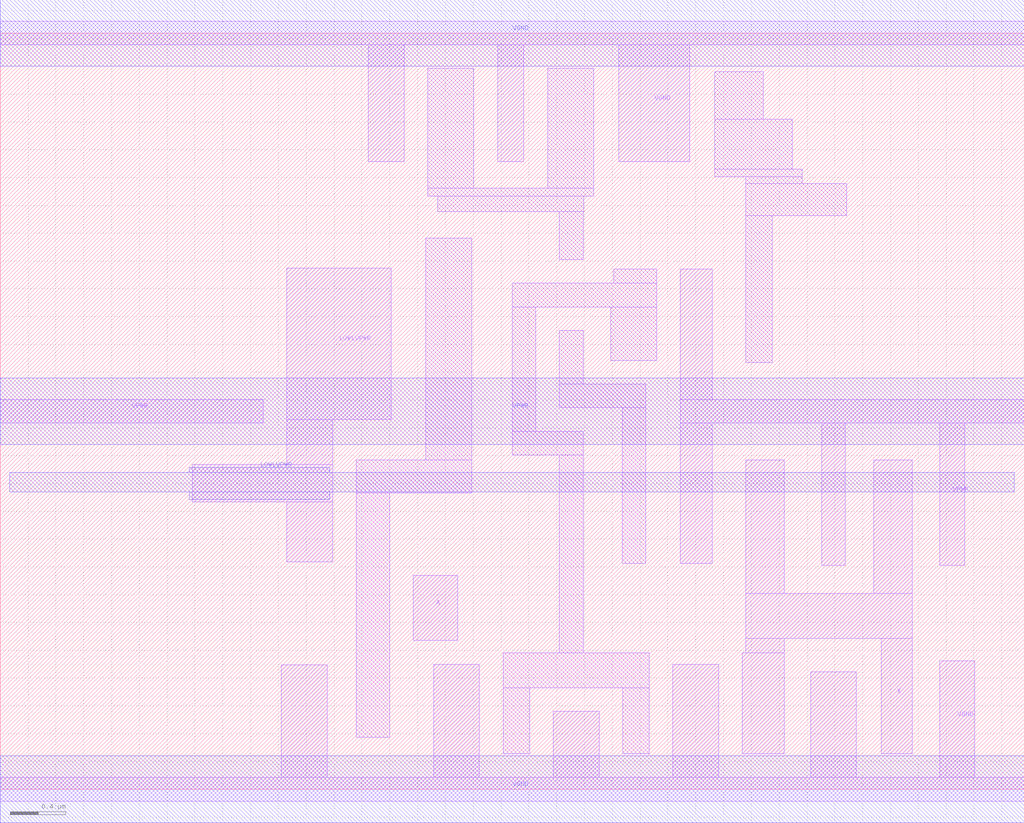
<source format=lef>
# Copyright 2020 The SkyWater PDK Authors
#
# Licensed under the Apache License, Version 2.0 (the "License");
# you may not use this file except in compliance with the License.
# You may obtain a copy of the License at
#
#     https://www.apache.org/licenses/LICENSE-2.0
#
# Unless required by applicable law or agreed to in writing, software
# distributed under the License is distributed on an "AS IS" BASIS,
# WITHOUT WARRANTIES OR CONDITIONS OF ANY KIND, either express or implied.
# See the License for the specific language governing permissions and
# limitations under the License.
#
# SPDX-License-Identifier: Apache-2.0

VERSION 5.5 ;
NAMESCASESENSITIVE ON ;
BUSBITCHARS "[]" ;
DIVIDERCHAR "/" ;
MACRO sky130_fd_sc_hd__lpflow_lsbuf_lh_isowell_4
  CLASS CORE ;
  SOURCE USER ;
  ORIGIN  0.000000  0.000000 ;
  SIZE  7.360000 BY  5.440000 ;
  SYMMETRY X Y R90 ;
  SITE unithd ;
  PIN A
    ANTENNAGATEAREA  0.603000 ;
    DIRECTION INPUT ;
    USE SIGNAL ;
    PORT
      LAYER li1 ;
        RECT 2.970000 1.070000 3.290000 1.540000 ;
    END
  END A
  PIN X
    ANTENNADIFFAREA  1.072500 ;
    DIRECTION OUTPUT ;
    USE SIGNAL ;
    PORT
      LAYER li1 ;
        RECT 5.335000 0.255000 5.635000 0.980000 ;
        RECT 5.360000 0.980000 5.635000 1.085000 ;
        RECT 5.360000 1.085000 6.555000 1.410000 ;
        RECT 5.360000 1.410000 5.635000 2.370000 ;
        RECT 6.280000 1.410000 6.555000 2.370000 ;
        RECT 6.335000 0.255000 6.555000 1.085000 ;
    END
  END X
  PIN LOWLVPWR
    DIRECTION INOUT ;
    SHAPE ABUTMENT ;
    USE POWER ;
    PORT
      LAYER li1 ;
        RECT 1.380000 2.065000 2.390000 2.335000 ;
        RECT 2.060000 1.635000 2.390000 2.065000 ;
        RECT 2.060000 2.335000 2.390000 2.660000 ;
        RECT 2.060000 2.660000 2.810000 3.750000 ;
    END
    PORT
      LAYER met1 ;
        RECT 0.070000 2.140000 7.290000 2.280000 ;
        RECT 1.360000 2.085000 2.370000 2.140000 ;
        RECT 1.360000 2.280000 2.370000 2.315000 ;
    END
  END LOWLVPWR
  PIN VGND
    DIRECTION INOUT ;
    SHAPE ABUTMENT ;
    USE GROUND ;
    PORT
      LAYER li1 ;
        RECT 0.000000 -0.085000 7.360000 0.085000 ;
        RECT 2.020000  0.085000 2.350000 0.895000 ;
        RECT 3.115000  0.085000 3.445000 0.900000 ;
        RECT 3.975000  0.085000 4.305000 0.560000 ;
        RECT 4.835000  0.085000 5.165000 0.900000 ;
        RECT 5.825000  0.085000 6.155000 0.845000 ;
        RECT 6.755000  0.085000 7.005000 0.925000 ;
    END
    PORT
      LAYER li1 ;
        RECT 0.000000 5.355000 7.360000 5.525000 ;
        RECT 2.645000 4.515000 2.905000 5.355000 ;
        RECT 3.575000 4.515000 3.765000 5.355000 ;
        RECT 4.445000 4.515000 4.955000 5.355000 ;
    END
    PORT
      LAYER met1 ;
        RECT 0.000000 -0.240000 7.360000 0.240000 ;
    END
    PORT
      LAYER met1 ;
        RECT 0.000000 5.200000 7.360000 5.680000 ;
    END
  END VGND
  PIN VNB
    DIRECTION INOUT ;
    USE GROUND ;
    PORT
    END
  END VNB
  PIN VPB
    DIRECTION INOUT ;
    USE POWER ;
    PORT
    END
  END VPB
  PIN VPWR
    DIRECTION INOUT ;
    SHAPE ABUTMENT ;
    USE POWER ;
    PORT
      LAYER li1 ;
        RECT 0.000000 2.635000 1.890000 2.805000 ;
    END
    PORT
      LAYER li1 ;
        RECT 4.890000 1.625000 5.120000 2.635000 ;
        RECT 4.890000 2.635000 7.360000 2.805000 ;
        RECT 4.890000 2.805000 5.120000 3.740000 ;
        RECT 5.905000 1.610000 6.075000 2.635000 ;
        RECT 6.755000 1.610000 6.935000 2.635000 ;
    END
    PORT
      LAYER met1 ;
        RECT 0.000000 2.480000 7.360000 2.960000 ;
    END
  END VPWR
  OBS
    LAYER li1 ;
      RECT 2.560000 0.375000 2.800000 2.130000 ;
      RECT 2.560000 2.130000 3.390000 2.370000 ;
      RECT 3.060000 2.370000 3.390000 3.965000 ;
      RECT 3.075000 4.265000 4.265000 4.325000 ;
      RECT 3.075000 4.325000 3.405000 5.185000 ;
      RECT 3.145000 4.155000 4.195000 4.265000 ;
      RECT 3.615000 0.255000 3.805000 0.730000 ;
      RECT 3.615000 0.730000 4.665000 0.980000 ;
      RECT 3.680000 2.405000 4.190000 2.575000 ;
      RECT 3.680000 2.575000 3.850000 3.470000 ;
      RECT 3.680000 3.470000 4.720000 3.640000 ;
      RECT 3.935000 4.325000 4.265000 5.185000 ;
      RECT 4.020000 0.980000 4.190000 2.405000 ;
      RECT 4.020000 2.745000 4.640000 2.915000 ;
      RECT 4.020000 2.915000 4.190000 3.300000 ;
      RECT 4.020000 3.810000 4.190000 4.155000 ;
      RECT 4.390000 3.085000 4.720000 3.470000 ;
      RECT 4.410000 3.640000 4.720000 3.740000 ;
      RECT 4.470000 1.625000 4.640000 2.745000 ;
      RECT 4.475000 0.255000 4.665000 0.730000 ;
      RECT 5.135000 4.405000 5.765000 4.460000 ;
      RECT 5.135000 4.460000 5.695000 4.820000 ;
      RECT 5.135000 4.820000 5.485000 5.160000 ;
      RECT 5.360000 3.070000 5.550000 4.125000 ;
      RECT 5.360000 4.125000 6.085000 4.355000 ;
      RECT 5.360000 4.355000 5.765000 4.405000 ;
  END
END sky130_fd_sc_hd__lpflow_lsbuf_lh_isowell_4
END LIBRARY

</source>
